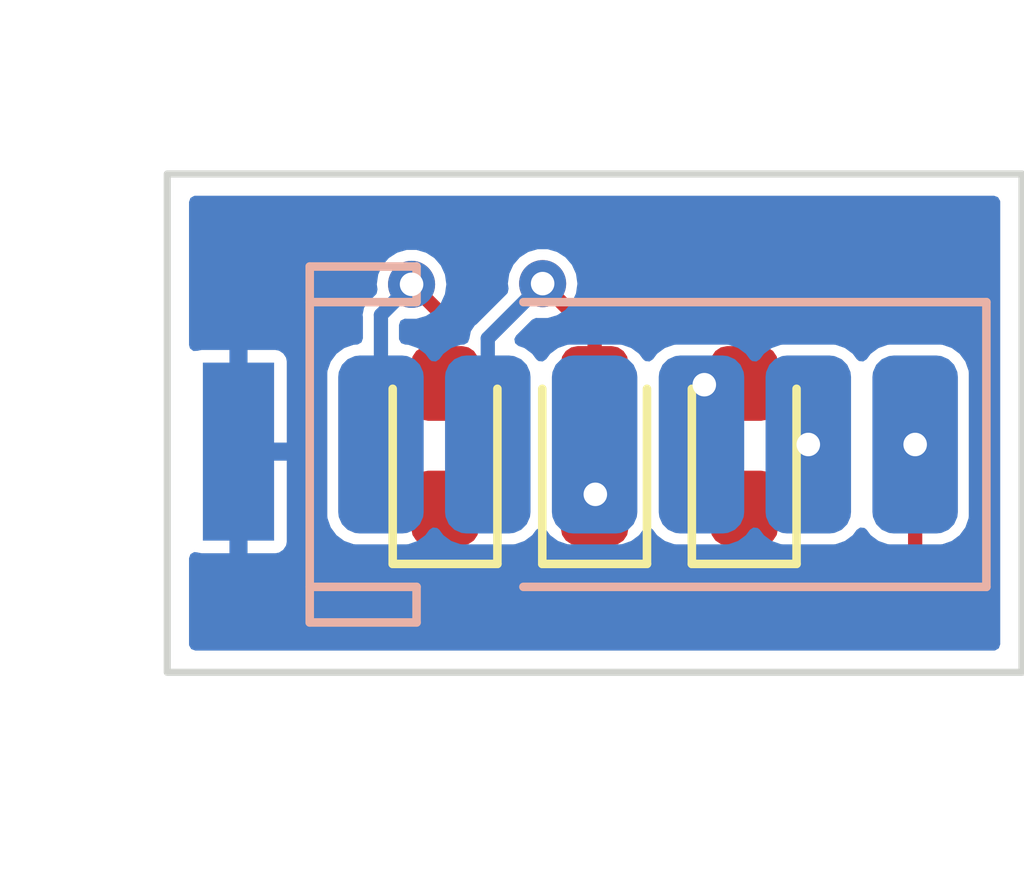
<source format=kicad_pcb>
(kicad_pcb (version 20221018) (generator pcbnew)
  (layers (0 "F.Cu" signal) (31 "B.Cu" signal) (34 "B.Paste" user) (35 "F.Paste" user) (36 "B.SilkS" user "B.Silkscreen") (37 "F.SilkS" user "F.Silkscreen") (38 "B.Mask" user) (39 "F.Mask" user) (44 "Edge.Cuts" user))
  (net 0 "")
  (net 1 "GND")
  (net 2 "/CHG1+")
  (net 3 "/CHG1-")
  (net 4 "/CHG2+")
  (net 5 "/CHG2-")
  (net 6 "/LED+")
  (net 7 "/LED-")
  (footprint "LED_SMD:LED_0603_1608Metric_Pad1.05x0.95mm_HandSolder" (layer "F.Cu") (at 144.66 87.016121 90)
    (fp_text reference "D2" hide)
    (fp_text value "CHG_LED1")
    (fp_line (start -1.66 -0.735) (end -1.66 0.735) (stroke (width 0.12)) (layer "F.SilkS"))
    (fp_line (start -1.66 0.735) (end 0.8 0.735) (stroke (width 0.12)) (layer "F.SilkS"))
    (fp_line (start 0.8 -0.735) (end -1.66 -0.735) (stroke (width 0.12)) (layer "F.SilkS"))
    (pad "1" smd roundrect (at -0.875 0 90) (size 1.05 0.95) (layers "F.Cu" "F.Paste" "F.Mask") (net 3 "/CHG1-"))
    (pad "2" smd roundrect (at 0.875 0 90) (size 1.05 0.95) (layers "F.Cu" "F.Paste" "F.Mask") (net 2 "/CHG1+"))
  )
  (footprint "LED_SMD:LED_0603_1608Metric_Pad1.05x0.95mm_HandSolder" (layer "F.Cu") (at 146.76 87.016121 90)
    (fp_text reference "D3" hide)
    (fp_text value "CHG_LED2")
    (fp_line (start -1.66 -0.735) (end -1.66 0.735) (stroke (width 0.12)) (layer "F.SilkS"))
    (fp_line (start -1.66 0.735) (end 0.8 0.735) (stroke (width 0.12)) (layer "F.SilkS"))
    (fp_line (start 0.8 -0.735) (end -1.66 -0.735) (stroke (width 0.12)) (layer "F.SilkS"))
    (pad "1" smd roundrect (at -0.875 0 90) (size 1.05 0.95) (layers "F.Cu" "F.Paste" "F.Mask") (net 5 "/CHG2-"))
    (pad "2" smd roundrect (at 0.875 0 90) (size 1.05 0.95) (layers "F.Cu" "F.Paste" "F.Mask") (net 4 "/CHG2+"))
  )
  (footprint "LED_SMD:LED_0603_1608Metric_Pad1.05x0.95mm_HandSolder" (layer "F.Cu") (at 142.56 87.016121 90)
    (fp_text reference "D1" hide)
    (fp_text value "MCU_LED")
    (fp_line (start -1.66 -0.735) (end -1.66 0.735) (stroke (width 0.12)) (layer "F.SilkS"))
    (fp_line (start -1.66 0.735) (end 0.8 0.735) (stroke (width 0.12)) (layer "F.SilkS"))
    (fp_line (start 0.8 -0.735) (end -1.66 -0.735) (stroke (width 0.12)) (layer "F.SilkS"))
    (pad "1" smd roundrect (at -0.875 0 90) (size 1.05 0.95) (layers "F.Cu" "F.Paste" "F.Mask") (net 7 "/LED-"))
    (pad "2" smd roundrect (at 0.875 0 90) (size 1.05 0.95) (layers "F.Cu" "F.Paste" "F.Mask") (net 6 "/LED+"))
  )
  (footprint "Mylib:FZ_SMD_01x06_2.00mm" (layer "B.Cu") (at 145.16 86.998621 -90)
    (fp_text reference "J1" hide)
    (fp_text value "Conn_01x06_Pin")
    (fp_line (start -2.5 3) (end -2 3) (stroke (width 0.12)) (layer "B.SilkS"))
    (fp_line (start -2.5 4.5) (end -2.5 3) (stroke (width 0.12)) (layer "B.SilkS"))
    (fp_line (start -2 -5) (end 2 -5) (stroke (width 0.12)) (layer "B.SilkS"))
    (fp_line (start -2 1.5) (end -2 -5) (stroke (width 0.12)) (layer "B.SilkS"))
    (fp_line (start -2 3) (end -2 4.5) (stroke (width 0.12)) (layer "B.SilkS"))
    (fp_line (start -2 4.5) (end -2.5 4.5) (stroke (width 0.12)) (layer "B.SilkS"))
    (fp_line (start -2 4.5) (end 2 4.5) (stroke (width 0.12)) (layer "B.SilkS"))
    (fp_line (start 2 -5) (end 2 1.5) (stroke (width 0.12)) (layer "B.SilkS"))
    (fp_line (start 2 3) (end 2.5 3) (stroke (width 0.12)) (layer "B.SilkS"))
    (fp_line (start 2 4.5) (end 2 3) (stroke (width 0.12)) (layer "B.SilkS"))
    (fp_line (start 2.5 3) (end 2.5 4.5) (stroke (width 0.12)) (layer "B.SilkS"))
    (fp_line (start 2.5 4.5) (end 2 4.5) (stroke (width 0.12)) (layer "B.SilkS"))
    (pad "1" smd roundrect (at 0 3.5 270) (size 2.5 1.2) (layers "B.Cu" "B.Paste" "B.Mask") (net 6 "/LED+"))
    (pad "2" smd roundrect (at 0 2 270) (size 2.5 1.2) (layers "B.Cu" "B.Paste" "B.Mask") (net 2 "/CHG1+"))
    (pad "3" smd roundrect (at 0 0.5 270) (size 2.5 1.2) (layers "B.Cu" "B.Paste" "B.Mask") (net 3 "/CHG1-"))
    (pad "4" smd roundrect (at 0 -1 270) (size 2.5 1.2) (layers "B.Cu" "B.Paste" "B.Mask") (net 4 "/CHG2+"))
    (pad "5" smd roundrect (at 0 -2.5 270) (size 2.5 1.2) (layers "B.Cu" "B.Paste" "B.Mask") (net 5 "/CHG2-"))
    (pad "6" smd roundrect (at 0 -4 270) (size 2.5 1.2) (layers "B.Cu" "B.Paste" "B.Mask") (net 7 "/LED-"))
  )
  (footprint "Mylib:1_pin_SMD_1.5mmx1.0mm" (layer "B.Cu") (at 137.66 87.098621 -90)
    (fp_text reference "J2" hide)
    (fp_text value "pin")
    (pad "1" smd rect (at 0 -2 270) (size 2.5 1) (layers "B.Cu" "B.Paste" "B.Mask") (net 1 "GND"))
  )
  (gr_rect (start 138.66 83.198621) (end 150.66 90.198621) (stroke (width 0.1)) (fill none) (layer "Edge.Cuts"))
  (segment (start 144.66 86.141121) (end 144.66 85.468621) (width 0.2) (layer "F.Cu") (net 2))
  (segment (start 144.66 85.468621) (end 143.93 84.738621) (width 0.2) (layer "F.Cu") (net 2))
  (via (at 143.93 84.738621) (size 0.6604) (drill 0.3302) (layers "F.Cu" "B.Cu") (net 2))
  (segment (start 143.93 84.738621) (end 143.16 85.508621) (width 0.2) (layer "B.Cu") (net 2))
  (segment (start 143.16 85.508621) (end 143.16 86.998621) (width 0.2) (layer "B.Cu") (net 2))
  (via (at 144.67 87.698621) (size 0.6604) (drill 0.3302) (layers "F.Cu" "B.Cu") (net 3))
  (via (at 146.2 86.158621) (size 0.6604) (drill 0.3302) (layers "F.Cu" "B.Cu") (net 4))
  (segment (start 146.7675 87.891121) (end 147.66 86.998621) (width 0.2) (layer "F.Cu") (net 5))
  (segment (start 146.76 87.891121) (end 146.7675 87.891121) (width 0.2) (layer "F.Cu") (net 5))
  (via (at 147.66 86.998621) (size 0.6604) (drill 0.3302) (layers "F.Cu" "B.Cu") (net 5))
  (segment (start 142.56 86.141121) (end 142.56 85.218621) (width 0.2) (layer "F.Cu") (net 6))
  (segment (start 142.56 85.218621) (end 142.09 84.748621) (width 0.2) (layer "F.Cu") (net 6))
  (via (at 142.09 84.748621) (size 0.6604) (drill 0.3302) (layers "F.Cu" "B.Cu") (net 6))
  (segment (start 142.09 84.748621) (end 141.66 85.178621) (width 0.2) (layer "B.Cu") (net 6))
  (segment (start 141.66 85.178621) (end 141.66 86.998621) (width 0.2) (layer "B.Cu") (net 6))
  (segment (start 142.56 88.688621) (end 143.37 89.498621) (width 0.2) (layer "F.Cu") (net 7))
  (segment (start 142.56 87.891121) (end 142.56 88.688621) (width 0.2) (layer "F.Cu") (net 7))
  (segment (start 148.55 89.498621) (end 149.16 88.888621) (width 0.2) (layer "F.Cu") (net 7))
  (segment (start 143.37 89.498621) (end 148.55 89.498621) (width 0.2) (layer "F.Cu") (net 7))
  (segment (start 149.16 88.888621) (end 149.16 86.998621) (width 0.2) (layer "F.Cu") (net 7))
  (via (at 149.16 86.998621) (size 0.6604) (drill 0.3302) (layers "F.Cu" "B.Cu") (net 7))
  (zone (net 1) (net_name "GND") (layers "F&B.Cu") (connect_pads (clearance 0.1524)) (min_thickness 0.1778) (fill yes (thermal_gap 0.1778) (thermal_bridge_width 0.254))
    (polygon (pts (xy 138.66 83.198621) (xy 150.66 83.198621) (xy 150.66 90.198621) (xy 138.66 90.198621)))
  )
)
</source>
